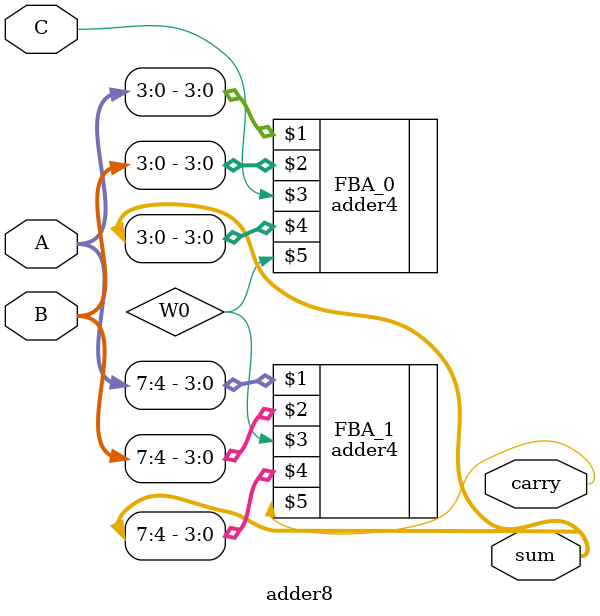
<source format=v>
`include "fulladder4.v"
module adder8(A, B, C, sum, carry);
	input[7:0] A, 
B;	
	input C;
	output[7:0] sum;
	output carry;
	wire W0;
	adder4 FBA_0(A[3:0], B[3:0], C, sum[3:0], W0);
	adder4 FBA_1(A[7:4], B[7:4], W0, sum[7:4], carry);
endmodule


</source>
